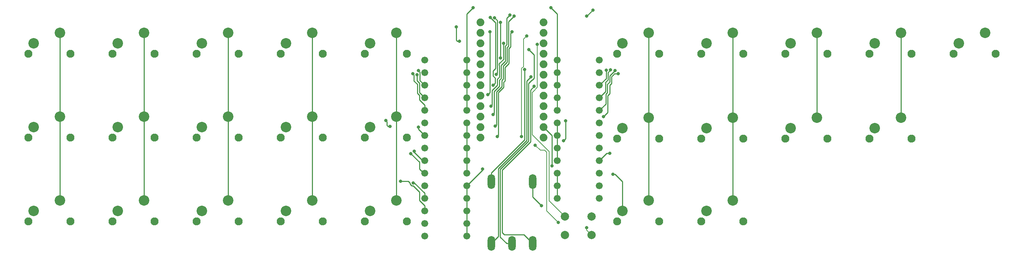
<source format=gtl>
%TF.GenerationSoftware,KiCad,Pcbnew,(6.0.2)*%
%TF.CreationDate,2022-03-21T22:20:15-04:00*%
%TF.ProjectId,carpal26_1.0.12,63617270-616c-4323-965f-312e302e3132,rev?*%
%TF.SameCoordinates,Original*%
%TF.FileFunction,Copper,L1,Top*%
%TF.FilePolarity,Positive*%
%FSLAX46Y46*%
G04 Gerber Fmt 4.6, Leading zero omitted, Abs format (unit mm)*
G04 Created by KiCad (PCBNEW (6.0.2)) date 2022-03-21 22:20:15*
%MOMM*%
%LPD*%
G01*
G04 APERTURE LIST*
%TA.AperFunction,ComponentPad*%
%ADD10C,1.930400*%
%TD*%
%TA.AperFunction,ComponentPad*%
%ADD11C,2.540000*%
%TD*%
%TA.AperFunction,ComponentPad*%
%ADD12C,1.676400*%
%TD*%
%TA.AperFunction,ComponentPad*%
%ADD13O,1.800000X3.600000*%
%TD*%
%TA.AperFunction,ComponentPad*%
%ADD14C,1.879600*%
%TD*%
%TA.AperFunction,ComponentPad*%
%ADD15C,2.000000*%
%TD*%
%TA.AperFunction,ViaPad*%
%ADD16C,0.800000*%
%TD*%
%TA.AperFunction,Conductor*%
%ADD17C,0.200000*%
%TD*%
%TA.AperFunction,Conductor*%
%ADD18C,0.250000*%
%TD*%
G04 APERTURE END LIST*
D10*
X83820000Y-83820000D03*
X93980000Y-83820000D03*
D11*
X85090000Y-81280000D03*
X91440000Y-78740000D03*
D12*
X118618000Y-100584000D03*
X128778000Y-100584000D03*
X118618000Y-112776000D03*
X128778000Y-112776000D03*
X160782000Y-109728000D03*
X150622000Y-109728000D03*
D10*
X185420000Y-124460000D03*
X195580000Y-124460000D03*
D11*
X186690000Y-121920000D03*
X193040000Y-119380000D03*
D12*
X160782000Y-118872000D03*
X150622000Y-118872000D03*
D10*
X63500000Y-124460000D03*
X73660000Y-124460000D03*
D11*
X64770000Y-121920000D03*
X71120000Y-119380000D03*
D10*
X43180000Y-104140000D03*
X53340000Y-104140000D03*
D11*
X44450000Y-101600000D03*
X50800000Y-99060000D03*
D10*
X63500000Y-83820000D03*
X73660000Y-83820000D03*
D11*
X64770000Y-81280000D03*
X71120000Y-78740000D03*
D12*
X118618000Y-106680000D03*
X128778000Y-106680000D03*
X160782000Y-115824000D03*
X150622000Y-115824000D03*
D10*
X205740000Y-83820000D03*
X215900000Y-83820000D03*
D11*
X207010000Y-81280000D03*
X213360000Y-78740000D03*
D13*
X144700000Y-129780000D03*
X134700000Y-129780000D03*
X139700000Y-129780000D03*
X144700000Y-114780000D03*
X134700000Y-114780000D03*
D10*
X43180000Y-124460000D03*
X53340000Y-124460000D03*
D11*
X44450000Y-121920000D03*
X50800000Y-119380000D03*
D10*
X63500000Y-104140000D03*
X73660000Y-104140000D03*
D11*
X64770000Y-101600000D03*
X71120000Y-99060000D03*
D10*
X226060000Y-104360000D03*
X236220000Y-104360000D03*
D11*
X227330000Y-101820000D03*
X233680000Y-99280000D03*
D10*
X226060000Y-83820000D03*
X236220000Y-83820000D03*
D11*
X227330000Y-81280000D03*
X233680000Y-78740000D03*
D12*
X160782000Y-100584000D03*
X150622000Y-100584000D03*
X160782000Y-97536000D03*
X150622000Y-97536000D03*
X160782000Y-112776000D03*
X150622000Y-112776000D03*
X118618000Y-124968000D03*
X128778000Y-124968000D03*
D10*
X83820000Y-124460000D03*
X93980000Y-124460000D03*
D11*
X85090000Y-121920000D03*
X91440000Y-119380000D03*
D10*
X185420000Y-83820000D03*
X195580000Y-83820000D03*
D11*
X186690000Y-81280000D03*
X193040000Y-78740000D03*
D10*
X165100000Y-83820000D03*
X175260000Y-83820000D03*
D11*
X166370000Y-81280000D03*
X172720000Y-78740000D03*
D10*
X165100000Y-104360000D03*
X175260000Y-104360000D03*
D11*
X166370000Y-101820000D03*
X172720000Y-99280000D03*
D14*
X132080000Y-76200000D03*
X132080000Y-78740000D03*
X132080000Y-81280000D03*
X132080000Y-83820000D03*
X132080000Y-86360000D03*
X132080000Y-88900000D03*
X132080000Y-91440000D03*
X132080000Y-93980000D03*
X132080000Y-96520000D03*
X132080000Y-99060000D03*
X132080000Y-101600000D03*
X132080000Y-104140000D03*
X147320000Y-104140000D03*
X147320000Y-101600000D03*
X147320000Y-99060000D03*
X147320000Y-96520000D03*
X147320000Y-93980000D03*
X147320000Y-91440000D03*
X147320000Y-88900000D03*
X147320000Y-86360000D03*
X147320000Y-83820000D03*
X147320000Y-81280000D03*
X147320000Y-78740000D03*
X147320000Y-76200000D03*
D12*
X118618000Y-115824000D03*
X128778000Y-115824000D03*
D10*
X185420000Y-104360000D03*
X195580000Y-104360000D03*
D11*
X186690000Y-101820000D03*
X193040000Y-99280000D03*
D10*
X104140000Y-104140000D03*
X114300000Y-104140000D03*
D11*
X105410000Y-101600000D03*
X111760000Y-99060000D03*
D12*
X118618000Y-118872000D03*
X128778000Y-118872000D03*
X118618000Y-97536000D03*
X128778000Y-97536000D03*
X160782000Y-91440000D03*
X150622000Y-91440000D03*
X160782000Y-106680000D03*
X150622000Y-106680000D03*
X118618000Y-91440000D03*
X128778000Y-91440000D03*
X160782000Y-85344000D03*
X150622000Y-85344000D03*
X160782000Y-88392000D03*
X150622000Y-88392000D03*
D10*
X104140000Y-83820000D03*
X114300000Y-83820000D03*
D11*
X105410000Y-81280000D03*
X111760000Y-78740000D03*
D12*
X160782000Y-94488000D03*
X150622000Y-94488000D03*
D10*
X43180000Y-83820000D03*
X53340000Y-83820000D03*
D11*
X44450000Y-81280000D03*
X50800000Y-78740000D03*
D10*
X165100000Y-124460000D03*
X175260000Y-124460000D03*
D11*
X166370000Y-121920000D03*
X172720000Y-119380000D03*
D10*
X83820000Y-104140000D03*
X93980000Y-104140000D03*
D11*
X85090000Y-101600000D03*
X91440000Y-99060000D03*
D12*
X118618000Y-94488000D03*
X128778000Y-94488000D03*
D10*
X22860000Y-124460000D03*
X33020000Y-124460000D03*
D11*
X24130000Y-121920000D03*
X30480000Y-119380000D03*
D10*
X22860000Y-104140000D03*
X33020000Y-104140000D03*
D11*
X24130000Y-101600000D03*
X30480000Y-99060000D03*
D12*
X118618000Y-85344000D03*
X128778000Y-85344000D03*
D15*
X152452000Y-127726000D03*
X158952000Y-127726000D03*
X158952000Y-123226000D03*
X152452000Y-123226000D03*
D12*
X160782000Y-103632000D03*
X150622000Y-103632000D03*
D10*
X104140000Y-124460000D03*
X114300000Y-124460000D03*
D11*
X105410000Y-121920000D03*
X111760000Y-119380000D03*
D10*
X246380000Y-83820000D03*
X256540000Y-83820000D03*
D11*
X247650000Y-81280000D03*
X254000000Y-78740000D03*
D12*
X118618000Y-88392000D03*
X128778000Y-88392000D03*
X118618000Y-109728000D03*
X128778000Y-109728000D03*
D10*
X205740000Y-104360000D03*
X215900000Y-104360000D03*
D11*
X207010000Y-101820000D03*
X213360000Y-99280000D03*
D12*
X118618000Y-103632000D03*
X128778000Y-103632000D03*
X118618000Y-121920000D03*
X128778000Y-121920000D03*
D10*
X22860000Y-83820000D03*
X33020000Y-83820000D03*
D11*
X24130000Y-81280000D03*
X30480000Y-78740000D03*
D12*
X118618000Y-128016000D03*
X128778000Y-128016000D03*
D16*
X150876000Y-124714000D03*
X142023500Y-103886000D03*
X145796000Y-81534000D03*
X157734000Y-125984000D03*
X143256000Y-79502000D03*
X145288000Y-105955500D03*
X115748386Y-88596197D03*
X115265284Y-107986306D03*
X116730789Y-88900000D03*
X116078000Y-107404500D03*
X117089701Y-87888299D03*
X112776000Y-114649980D03*
X117094000Y-101600000D03*
X109220000Y-99930011D03*
X110236000Y-101379011D03*
X115824000Y-115099500D03*
X164084000Y-113030000D03*
X162437299Y-87761299D03*
X163517300Y-87705897D03*
X163322000Y-107950000D03*
X164592000Y-87884000D03*
X135889989Y-88773008D03*
X135504701Y-75061299D03*
X134424700Y-75005897D03*
X135128000Y-91440000D03*
X133858000Y-93726000D03*
X134366000Y-78486000D03*
X126238000Y-77253500D03*
X127000000Y-80772000D03*
X134620000Y-96520000D03*
X137630500Y-81280000D03*
X139192000Y-74422000D03*
X135128000Y-98552000D03*
X140208000Y-74676000D03*
X157734000Y-74676000D03*
X135636000Y-101346000D03*
X159258000Y-73189500D03*
X139700000Y-78486000D03*
X136144000Y-103886000D03*
X136906000Y-84836000D03*
X136906000Y-76200000D03*
X143764000Y-82804000D03*
X144272000Y-89408000D03*
X145034000Y-91694000D03*
X161798000Y-99060000D03*
X152146000Y-104902000D03*
X165354000Y-88646000D03*
X152654000Y-100076000D03*
X149098000Y-72644000D03*
X130302000Y-72644000D03*
X132588000Y-111760000D03*
X149352000Y-110998000D03*
X146812000Y-120650000D03*
X142748000Y-87630000D03*
D17*
X148082000Y-107696000D02*
X148082000Y-121920000D01*
X143256000Y-79502000D02*
X142494000Y-80264000D01*
X145796000Y-91956599D02*
X144937979Y-92814620D01*
X144937979Y-92814620D02*
X144929380Y-92814620D01*
X142023500Y-87365241D02*
X142023500Y-103886000D01*
X144579560Y-93164440D02*
X144579560Y-103431560D01*
X148652489Y-107504489D02*
X148652489Y-119426489D01*
X144579560Y-103431560D02*
X148652489Y-107504489D01*
X144929380Y-92814620D02*
X144579560Y-93164440D01*
X147574000Y-107188000D02*
X148082000Y-107696000D01*
X142494000Y-86894741D02*
X142023500Y-87365241D01*
X148652489Y-119426489D02*
X152452000Y-123226000D01*
X157734000Y-125984000D02*
X157734000Y-126508000D01*
X146520500Y-107188000D02*
X147574000Y-107188000D01*
X157734000Y-126508000D02*
X158952000Y-127726000D01*
X142494000Y-80264000D02*
X142494000Y-86894741D01*
X148082000Y-121920000D02*
X150876000Y-124714000D01*
X145288000Y-105955500D02*
X146520500Y-107188000D01*
X145796000Y-81534000D02*
X145796000Y-91956599D01*
D18*
X116006278Y-90352278D02*
X116840000Y-91186000D01*
X117348000Y-93853717D02*
X117348000Y-94996000D01*
X116840000Y-93345717D02*
X117348000Y-93853717D01*
X117348000Y-94996000D02*
X118618000Y-96266000D01*
X116006278Y-88854089D02*
X116006278Y-90352278D01*
X116840000Y-91186000D02*
X116840000Y-93345717D01*
X115748386Y-88596197D02*
X116006278Y-88854089D01*
X118618000Y-96266000D02*
X118618000Y-97536000D01*
X118364000Y-112776000D02*
X118618000Y-112776000D01*
X117348000Y-110069022D02*
X117348000Y-111760000D01*
X115265284Y-107986306D02*
X117348000Y-110069022D01*
X117348000Y-111760000D02*
X118364000Y-112776000D01*
X117348000Y-93218000D02*
X118618000Y-94488000D01*
X116730789Y-90314789D02*
X117348000Y-90932000D01*
X117348000Y-90932000D02*
X117348000Y-93218000D01*
X116730789Y-88900000D02*
X116730789Y-90314789D01*
X118110000Y-109728000D02*
X118618000Y-109728000D01*
X116078000Y-107404500D02*
X116078000Y-107696000D01*
X116078000Y-107696000D02*
X118110000Y-109728000D01*
X117455289Y-90277289D02*
X118618000Y-91440000D01*
X117089701Y-87888299D02*
X117098299Y-87888299D01*
X117098299Y-87888299D02*
X117455289Y-88245289D01*
X117455289Y-88245289D02*
X117455289Y-90277289D01*
X114649980Y-114649980D02*
X115099489Y-115099489D01*
X115099489Y-115399603D02*
X115523897Y-115824011D01*
X118618000Y-120650000D02*
X118618000Y-121920000D01*
X112776000Y-114649980D02*
X114649980Y-114649980D01*
X115099489Y-115099489D02*
X115099489Y-115399603D01*
X117348000Y-117348000D02*
X117348000Y-119380000D01*
X117348000Y-119380000D02*
X118618000Y-120650000D01*
X115523897Y-115824011D02*
X115824011Y-115824011D01*
X115824011Y-115824011D02*
X117348000Y-117348000D01*
X109474000Y-101092000D02*
X109761011Y-101379011D01*
X109474000Y-100184011D02*
X109474000Y-101092000D01*
X117094000Y-102108000D02*
X118618000Y-103632000D01*
X109761011Y-101379011D02*
X110236000Y-101379011D01*
X117094000Y-101600000D02*
X117094000Y-102108000D01*
X109220000Y-99930011D02*
X109474000Y-100184011D01*
X116106125Y-115099500D02*
X118618000Y-117611375D01*
X115842750Y-115099500D02*
X116106125Y-115099500D01*
X118618000Y-117611375D02*
X118618000Y-118872000D01*
X166370000Y-114808000D02*
X164592000Y-113030000D01*
X164592000Y-113030000D02*
X164084000Y-113030000D01*
X166370000Y-121920000D02*
X166370000Y-114808000D01*
X162437299Y-89784701D02*
X160782000Y-91440000D01*
X162437299Y-87761299D02*
X162437299Y-89784701D01*
X162886819Y-90097181D02*
X162306000Y-90678000D01*
X162306000Y-90678000D02*
X162306000Y-92964000D01*
X162886819Y-88336378D02*
X162886819Y-90097181D01*
X162306000Y-92964000D02*
X160782000Y-94488000D01*
X163517300Y-87705897D02*
X162886819Y-88336378D01*
X162560000Y-107950000D02*
X160782000Y-109728000D01*
X163322000Y-107950000D02*
X162560000Y-107950000D01*
X162369859Y-95948141D02*
X160782000Y-97536000D01*
X163336339Y-89139661D02*
X163336339Y-90605181D01*
X163336339Y-90605181D02*
X162755520Y-91186000D01*
X164592000Y-87884000D02*
X163336339Y-89139661D01*
X162755520Y-91186000D02*
X162755520Y-93150198D01*
X162369859Y-93535859D02*
X162369859Y-95948141D01*
X162755520Y-93150198D02*
X162369859Y-93535859D01*
X135889989Y-88773008D02*
X136144000Y-88518997D01*
X136144000Y-88518997D02*
X136144000Y-75700598D01*
X50800000Y-78740000D02*
X50800000Y-99060000D01*
X136144000Y-75700598D02*
X135504701Y-75061299D01*
X50800000Y-99060000D02*
X50800000Y-119380000D01*
X135636000Y-90932000D02*
X135128000Y-91440000D01*
X71120000Y-99060000D02*
X71120000Y-119380000D01*
X134424700Y-75005897D02*
X135694480Y-76275677D01*
X71120000Y-78740000D02*
X71120000Y-99060000D01*
X135694480Y-76275677D02*
X135694480Y-87376000D01*
X135636000Y-89670614D02*
X135636000Y-90932000D01*
X135694480Y-87376000D02*
X135165489Y-87904991D01*
X135165489Y-87904991D02*
X135165489Y-89200103D01*
X135165489Y-89200103D02*
X135636000Y-89670614D01*
X133858000Y-93726000D02*
X134366000Y-93218000D01*
X91440000Y-78740000D02*
X91440000Y-99060000D01*
X134366000Y-93218000D02*
X134366000Y-78486000D01*
X91440000Y-99060000D02*
X91440000Y-119380000D01*
X137630500Y-81280000D02*
X137630500Y-85136114D01*
X136144000Y-89916000D02*
X136144000Y-91448614D01*
X136614511Y-86634991D02*
X136614511Y-89445489D01*
X111760000Y-78740000D02*
X111760000Y-99060000D01*
X137630500Y-85136114D02*
X136660614Y-86106000D01*
X126238000Y-80518000D02*
X126492000Y-80772000D01*
X136652000Y-86106000D02*
X136593520Y-86164480D01*
X136593520Y-86164480D02*
X136593520Y-86614000D01*
X136660614Y-86106000D02*
X136652000Y-86106000D01*
X126238000Y-77253500D02*
X126238000Y-80518000D01*
X134874000Y-92964000D02*
X134874000Y-96266000D01*
X134874000Y-96266000D02*
X134620000Y-96520000D01*
X136593520Y-86614000D02*
X136614511Y-86634991D01*
X136144000Y-91448614D02*
X134874000Y-92718614D01*
X136614511Y-89445489D02*
X136144000Y-89916000D01*
X111760000Y-99060000D02*
X111760000Y-119380000D01*
X134874000Y-92718614D02*
X134874000Y-92964000D01*
X126492000Y-80772000D02*
X127000000Y-80772000D01*
X137064031Y-89757969D02*
X137064031Y-86614000D01*
X172720000Y-99280000D02*
X172720000Y-119380000D01*
X136652000Y-90170000D02*
X137064031Y-89757969D01*
X137064031Y-86614000D02*
X138080020Y-85598011D01*
X172720000Y-78740000D02*
X172720000Y-99280000D01*
X138430000Y-81534000D02*
X138430000Y-75184000D01*
X138080020Y-85598011D02*
X138080020Y-81883980D01*
X135382000Y-98298000D02*
X135382000Y-92964000D01*
X138430000Y-75184000D02*
X139192000Y-74422000D01*
X135128000Y-98552000D02*
X135382000Y-98298000D01*
X135382000Y-92964000D02*
X136652000Y-91694000D01*
X136652000Y-91694000D02*
X136652000Y-90170000D01*
X138080020Y-81883980D02*
X138430000Y-81534000D01*
X138879520Y-76004480D02*
X140208000Y-74676000D01*
X138879520Y-81946020D02*
X138879520Y-76004480D01*
X137556874Y-86756874D02*
X138529540Y-85784208D01*
X193040000Y-78740000D02*
X193040000Y-99280000D01*
X138529540Y-82296000D02*
X138879520Y-81946020D01*
X135636000Y-101346000D02*
X135953859Y-101028141D01*
X135953859Y-93027859D02*
X137250228Y-91731489D01*
X138529540Y-85784208D02*
X138529540Y-82296000D01*
X137250228Y-90207489D02*
X137556874Y-89900843D01*
X137556874Y-89900843D02*
X137556874Y-86756874D01*
X135953859Y-101028141D02*
X135953859Y-93027859D01*
X159258000Y-73189500D02*
X159220500Y-73189500D01*
X137250228Y-91731489D02*
X137250228Y-90207489D01*
X159220500Y-73189500D02*
X157734000Y-74676000D01*
X193040000Y-99280000D02*
X193040000Y-119380000D01*
X137699748Y-91917687D02*
X137699748Y-90678000D01*
X137699748Y-90678000D02*
X138006394Y-90371354D01*
X136403379Y-103626621D02*
X136403379Y-93214055D01*
X136403379Y-93214055D02*
X137699748Y-91917687D01*
X138979060Y-82482197D02*
X139329040Y-82132217D01*
X138006394Y-87122000D02*
X138979060Y-86149334D01*
X213360000Y-78740000D02*
X213360000Y-99280000D01*
X138979060Y-86149334D02*
X138979060Y-82482197D01*
X136144000Y-103886000D02*
X136403379Y-103626621D01*
X138006394Y-90371354D02*
X138006394Y-87122000D01*
X139329040Y-78856960D02*
X139700000Y-78486000D01*
X139329040Y-82132217D02*
X139329040Y-78856960D01*
X233680000Y-78740000D02*
X233680000Y-99280000D01*
X136906000Y-76200000D02*
X136906000Y-84836000D01*
X30480000Y-78740000D02*
X30480000Y-99060000D01*
X30480000Y-99060000D02*
X30480000Y-119380000D01*
X143705520Y-104961915D02*
X143705520Y-90990480D01*
X136847520Y-111819916D02*
X143705520Y-104961915D01*
X144996511Y-89708103D02*
X144996511Y-84036511D01*
X138416000Y-129780000D02*
X136847520Y-128211520D01*
X136847520Y-128211520D02*
X136847520Y-111819916D01*
X139700000Y-129780000D02*
X138416000Y-129780000D01*
X144996511Y-84036511D02*
X143764000Y-82804000D01*
X144572103Y-90132511D02*
X144996511Y-89708103D01*
X144563489Y-90132511D02*
X144572103Y-90132511D01*
X143705520Y-90990480D02*
X144563489Y-90132511D01*
X136398000Y-112522000D02*
X136398000Y-111633718D01*
X143256000Y-90424000D02*
X144272000Y-89408000D01*
X142811859Y-105219859D02*
X143256000Y-104775718D01*
X143256000Y-97536000D02*
X143256000Y-90424000D01*
X136398000Y-111633718D02*
X142811859Y-105219859D01*
X143256000Y-104775718D02*
X143256000Y-97536000D01*
X136398000Y-128082000D02*
X136398000Y-112522000D01*
X134700000Y-129780000D02*
X136398000Y-128082000D01*
X137297040Y-127000000D02*
X137297040Y-112006114D01*
X144155040Y-92572960D02*
X145034000Y-91694000D01*
X137605577Y-111697577D02*
X144155040Y-105148112D01*
X144155040Y-103886000D02*
X144155040Y-92572960D01*
X142575480Y-127655480D02*
X137815480Y-127655480D01*
X144700000Y-129780000D02*
X142575480Y-127655480D01*
X137297040Y-112006114D02*
X137605577Y-111697577D01*
X137297040Y-127137040D02*
X137297040Y-127000000D01*
X144155040Y-105148112D02*
X144155040Y-103886000D01*
X137815480Y-127655480D02*
X137297040Y-127137040D01*
X164147859Y-88963859D02*
X163785859Y-89325859D01*
X163322000Y-91440000D02*
X163322000Y-93477379D01*
X163785859Y-89408000D02*
X163785859Y-90976141D01*
X165354000Y-88646000D02*
X164465718Y-88646000D01*
X152654000Y-104394000D02*
X152146000Y-104902000D01*
X162819379Y-93980000D02*
X162819379Y-98038621D01*
X162819379Y-98038621D02*
X161798000Y-99060000D01*
X164465718Y-88646000D02*
X164147859Y-88963859D01*
X163322000Y-93477379D02*
X162819379Y-93980000D01*
X152654000Y-100076000D02*
X152654000Y-104394000D01*
X163785859Y-90976141D02*
X163322000Y-91440000D01*
X163785859Y-89325859D02*
X163785859Y-89408000D01*
X150622000Y-94488000D02*
X150622000Y-97536000D01*
X149098000Y-72644000D02*
X150622000Y-74168000D01*
X150622000Y-74168000D02*
X150622000Y-85344000D01*
X128778000Y-88392000D02*
X128778000Y-91440000D01*
X128778000Y-94488000D02*
X128778000Y-97536000D01*
X128778000Y-85344000D02*
X128778000Y-88392000D01*
X150622000Y-91440000D02*
X150622000Y-94488000D01*
X150622000Y-88392000D02*
X150622000Y-91440000D01*
X128778000Y-74168000D02*
X130302000Y-72644000D01*
X128778000Y-91440000D02*
X128778000Y-94488000D01*
X128778000Y-85344000D02*
X128778000Y-74168000D01*
X150622000Y-85344000D02*
X150622000Y-88392000D01*
X128778000Y-115824000D02*
X128778000Y-118872000D01*
X150622000Y-115824000D02*
X150622000Y-118872000D01*
X128778000Y-115824000D02*
X132588000Y-112014000D01*
X128778000Y-118872000D02*
X128778000Y-121920000D01*
X150622000Y-112776000D02*
X150622000Y-115824000D01*
X149352000Y-110998000D02*
X149352000Y-103632000D01*
X149352000Y-103632000D02*
X147320000Y-101600000D01*
X128778000Y-124968000D02*
X128778000Y-128016000D01*
X132588000Y-112014000D02*
X132588000Y-111760000D01*
X128778000Y-121920000D02*
X128778000Y-124968000D01*
X150622000Y-106680000D02*
X150622000Y-109728000D01*
X150622000Y-103632000D02*
X150622000Y-106680000D01*
X150622000Y-100584000D02*
X150622000Y-103632000D01*
X128778000Y-106680000D02*
X128778000Y-109728000D01*
X128778000Y-103632000D02*
X128778000Y-106680000D01*
X128778000Y-100584000D02*
X128778000Y-103632000D01*
X128778000Y-109728000D02*
X128778000Y-112776000D01*
X144700000Y-114780000D02*
X144700000Y-118538000D01*
X144700000Y-118538000D02*
X146812000Y-120650000D01*
X134700000Y-112696000D02*
X142494000Y-104902000D01*
X142494000Y-104902000D02*
X142748000Y-104648000D01*
X142748000Y-104648000D02*
X142748000Y-87630000D01*
X134700000Y-114780000D02*
X134700000Y-112696000D01*
M02*

</source>
